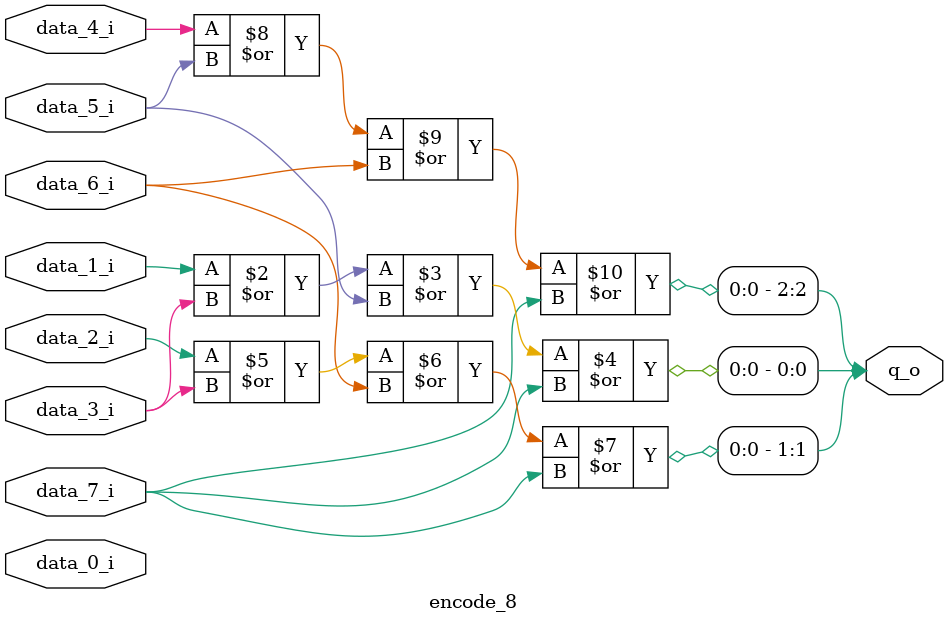
<source format=sv>

`timescale 1ns / 1ps

module encode_8
(
    input  logic         data_0_i,
    input  logic         data_1_i,
    input  logic         data_2_i,
    input  logic         data_3_i,
    input  logic         data_4_i,
    input  logic         data_5_i,
    input  logic         data_6_i,
    input  logic         data_7_i,
    
    output logic [2 : 0] q_o
);
    always_comb begin
        q_o[0] = data_1_i | data_3_i | data_5_i | data_7_i;
        q_o[1] = data_2_i | data_3_i | data_6_i | data_7_i;
        q_o[2] = data_4_i | data_5_i | data_6_i | data_7_i;
    end

endmodule

</source>
